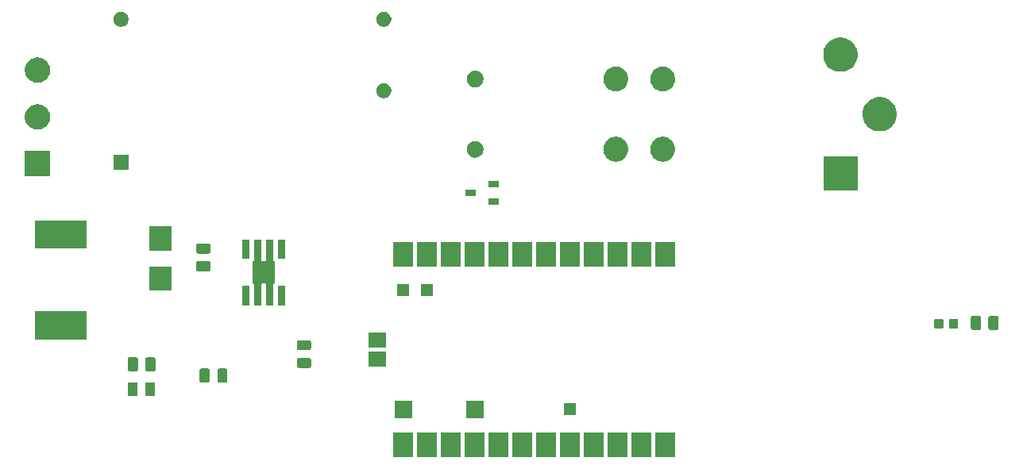
<source format=gbr>
G04 #@! TF.GenerationSoftware,KiCad,Pcbnew,(5.0.2)-1*
G04 #@! TF.CreationDate,2019-04-08T19:56:43-07:00*
G04 #@! TF.ProjectId,smartplug,736d6172-7470-46c7-9567-2e6b69636164,rev?*
G04 #@! TF.SameCoordinates,Original*
G04 #@! TF.FileFunction,Soldermask,Top*
G04 #@! TF.FilePolarity,Negative*
%FSLAX46Y46*%
G04 Gerber Fmt 4.6, Leading zero omitted, Abs format (unit mm)*
G04 Created by KiCad (PCBNEW (5.0.2)-1) date 4/8/2019 7:56:43 PM*
%MOMM*%
%LPD*%
G01*
G04 APERTURE LIST*
%ADD10C,0.100000*%
G04 APERTURE END LIST*
D10*
G36*
X196226863Y-131625805D02*
X194092863Y-131625805D01*
X194092863Y-128983805D01*
X196226863Y-128983805D01*
X196226863Y-131625805D01*
X196226863Y-131625805D01*
G37*
G36*
X216546863Y-131625805D02*
X214412863Y-131625805D01*
X214412863Y-128983805D01*
X216546863Y-128983805D01*
X216546863Y-131625805D01*
X216546863Y-131625805D01*
G37*
G36*
X191146863Y-131625805D02*
X189012863Y-131625805D01*
X189012863Y-128983805D01*
X191146863Y-128983805D01*
X191146863Y-131625805D01*
X191146863Y-131625805D01*
G37*
G36*
X193686863Y-131625805D02*
X191552863Y-131625805D01*
X191552863Y-128983805D01*
X193686863Y-128983805D01*
X193686863Y-131625805D01*
X193686863Y-131625805D01*
G37*
G36*
X198766863Y-131625805D02*
X196632863Y-131625805D01*
X196632863Y-128983805D01*
X198766863Y-128983805D01*
X198766863Y-131625805D01*
X198766863Y-131625805D01*
G37*
G36*
X201306863Y-131625805D02*
X199172863Y-131625805D01*
X199172863Y-128983805D01*
X201306863Y-128983805D01*
X201306863Y-131625805D01*
X201306863Y-131625805D01*
G37*
G36*
X203846863Y-131625805D02*
X201712863Y-131625805D01*
X201712863Y-128983805D01*
X203846863Y-128983805D01*
X203846863Y-131625805D01*
X203846863Y-131625805D01*
G37*
G36*
X206386863Y-131625805D02*
X204252863Y-131625805D01*
X204252863Y-128983805D01*
X206386863Y-128983805D01*
X206386863Y-131625805D01*
X206386863Y-131625805D01*
G37*
G36*
X208926863Y-131625805D02*
X206792863Y-131625805D01*
X206792863Y-128983805D01*
X208926863Y-128983805D01*
X208926863Y-131625805D01*
X208926863Y-131625805D01*
G37*
G36*
X211466863Y-131625805D02*
X209332863Y-131625805D01*
X209332863Y-128983805D01*
X211466863Y-128983805D01*
X211466863Y-131625805D01*
X211466863Y-131625805D01*
G37*
G36*
X214006863Y-131625805D02*
X211872863Y-131625805D01*
X211872863Y-128983805D01*
X214006863Y-128983805D01*
X214006863Y-131625805D01*
X214006863Y-131625805D01*
G37*
G36*
X219086863Y-131625805D02*
X216952863Y-131625805D01*
X216952863Y-128983805D01*
X219086863Y-128983805D01*
X219086863Y-131625805D01*
X219086863Y-131625805D01*
G37*
G36*
X198639863Y-127434805D02*
X196759863Y-127434805D01*
X196759863Y-125554805D01*
X198639863Y-125554805D01*
X198639863Y-127434805D01*
X198639863Y-127434805D01*
G37*
G36*
X191019863Y-127434805D02*
X189139863Y-127434805D01*
X189139863Y-125554805D01*
X191019863Y-125554805D01*
X191019863Y-127434805D01*
X191019863Y-127434805D01*
G37*
G36*
X208482363Y-127117305D02*
X207237363Y-127117305D01*
X207237363Y-125872305D01*
X208482363Y-125872305D01*
X208482363Y-127117305D01*
X208482363Y-127117305D01*
G37*
G36*
X163486710Y-123618503D02*
X163525381Y-123630234D01*
X163561023Y-123649286D01*
X163592261Y-123674921D01*
X163617896Y-123706159D01*
X163636948Y-123741801D01*
X163648679Y-123780472D01*
X163653244Y-123826826D01*
X163653244Y-124903050D01*
X163648679Y-124949404D01*
X163636948Y-124988075D01*
X163617896Y-125023717D01*
X163592261Y-125054955D01*
X163561023Y-125080590D01*
X163525381Y-125099642D01*
X163486710Y-125111373D01*
X163440356Y-125115938D01*
X162789132Y-125115938D01*
X162742778Y-125111373D01*
X162704107Y-125099642D01*
X162668465Y-125080590D01*
X162637227Y-125054955D01*
X162611592Y-125023717D01*
X162592540Y-124988075D01*
X162580809Y-124949404D01*
X162576244Y-124903050D01*
X162576244Y-123826826D01*
X162580809Y-123780472D01*
X162592540Y-123741801D01*
X162611592Y-123706159D01*
X162637227Y-123674921D01*
X162668465Y-123649286D01*
X162704107Y-123630234D01*
X162742778Y-123618503D01*
X162789132Y-123613938D01*
X163440356Y-123613938D01*
X163486710Y-123618503D01*
X163486710Y-123618503D01*
G37*
G36*
X161611710Y-123618503D02*
X161650381Y-123630234D01*
X161686023Y-123649286D01*
X161717261Y-123674921D01*
X161742896Y-123706159D01*
X161761948Y-123741801D01*
X161773679Y-123780472D01*
X161778244Y-123826826D01*
X161778244Y-124903050D01*
X161773679Y-124949404D01*
X161761948Y-124988075D01*
X161742896Y-125023717D01*
X161717261Y-125054955D01*
X161686023Y-125080590D01*
X161650381Y-125099642D01*
X161611710Y-125111373D01*
X161565356Y-125115938D01*
X160914132Y-125115938D01*
X160867778Y-125111373D01*
X160829107Y-125099642D01*
X160793465Y-125080590D01*
X160762227Y-125054955D01*
X160736592Y-125023717D01*
X160717540Y-124988075D01*
X160705809Y-124949404D01*
X160701244Y-124903050D01*
X160701244Y-123826826D01*
X160705809Y-123780472D01*
X160717540Y-123741801D01*
X160736592Y-123706159D01*
X160762227Y-123674921D01*
X160793465Y-123649286D01*
X160829107Y-123630234D01*
X160867778Y-123618503D01*
X160914132Y-123613938D01*
X161565356Y-123613938D01*
X161611710Y-123618503D01*
X161611710Y-123618503D01*
G37*
G36*
X171171966Y-122153565D02*
X171210637Y-122165296D01*
X171246279Y-122184348D01*
X171277517Y-122209983D01*
X171303152Y-122241221D01*
X171322204Y-122276863D01*
X171333935Y-122315534D01*
X171338500Y-122361888D01*
X171338500Y-123438112D01*
X171333935Y-123484466D01*
X171322204Y-123523137D01*
X171303152Y-123558779D01*
X171277517Y-123590017D01*
X171246279Y-123615652D01*
X171210637Y-123634704D01*
X171171966Y-123646435D01*
X171125612Y-123651000D01*
X170474388Y-123651000D01*
X170428034Y-123646435D01*
X170389363Y-123634704D01*
X170353721Y-123615652D01*
X170322483Y-123590017D01*
X170296848Y-123558779D01*
X170277796Y-123523137D01*
X170266065Y-123484466D01*
X170261500Y-123438112D01*
X170261500Y-122361888D01*
X170266065Y-122315534D01*
X170277796Y-122276863D01*
X170296848Y-122241221D01*
X170322483Y-122209983D01*
X170353721Y-122184348D01*
X170389363Y-122165296D01*
X170428034Y-122153565D01*
X170474388Y-122149000D01*
X171125612Y-122149000D01*
X171171966Y-122153565D01*
X171171966Y-122153565D01*
G37*
G36*
X169296966Y-122153565D02*
X169335637Y-122165296D01*
X169371279Y-122184348D01*
X169402517Y-122209983D01*
X169428152Y-122241221D01*
X169447204Y-122276863D01*
X169458935Y-122315534D01*
X169463500Y-122361888D01*
X169463500Y-123438112D01*
X169458935Y-123484466D01*
X169447204Y-123523137D01*
X169428152Y-123558779D01*
X169402517Y-123590017D01*
X169371279Y-123615652D01*
X169335637Y-123634704D01*
X169296966Y-123646435D01*
X169250612Y-123651000D01*
X168599388Y-123651000D01*
X168553034Y-123646435D01*
X168514363Y-123634704D01*
X168478721Y-123615652D01*
X168447483Y-123590017D01*
X168421848Y-123558779D01*
X168402796Y-123523137D01*
X168391065Y-123484466D01*
X168386500Y-123438112D01*
X168386500Y-122361888D01*
X168391065Y-122315534D01*
X168402796Y-122276863D01*
X168421848Y-122241221D01*
X168447483Y-122209983D01*
X168478721Y-122184348D01*
X168514363Y-122165296D01*
X168553034Y-122153565D01*
X168599388Y-122149000D01*
X169250612Y-122149000D01*
X169296966Y-122153565D01*
X169296966Y-122153565D01*
G37*
G36*
X161634466Y-120953565D02*
X161673137Y-120965296D01*
X161708779Y-120984348D01*
X161740017Y-121009983D01*
X161765652Y-121041221D01*
X161784704Y-121076863D01*
X161796435Y-121115534D01*
X161801000Y-121161888D01*
X161801000Y-122238112D01*
X161796435Y-122284466D01*
X161784704Y-122323137D01*
X161765652Y-122358779D01*
X161740017Y-122390017D01*
X161708779Y-122415652D01*
X161673137Y-122434704D01*
X161634466Y-122446435D01*
X161588112Y-122451000D01*
X160936888Y-122451000D01*
X160890534Y-122446435D01*
X160851863Y-122434704D01*
X160816221Y-122415652D01*
X160784983Y-122390017D01*
X160759348Y-122358779D01*
X160740296Y-122323137D01*
X160728565Y-122284466D01*
X160724000Y-122238112D01*
X160724000Y-121161888D01*
X160728565Y-121115534D01*
X160740296Y-121076863D01*
X160759348Y-121041221D01*
X160784983Y-121009983D01*
X160816221Y-120984348D01*
X160851863Y-120965296D01*
X160890534Y-120953565D01*
X160936888Y-120949000D01*
X161588112Y-120949000D01*
X161634466Y-120953565D01*
X161634466Y-120953565D01*
G37*
G36*
X163509466Y-120953565D02*
X163548137Y-120965296D01*
X163583779Y-120984348D01*
X163615017Y-121009983D01*
X163640652Y-121041221D01*
X163659704Y-121076863D01*
X163671435Y-121115534D01*
X163676000Y-121161888D01*
X163676000Y-122238112D01*
X163671435Y-122284466D01*
X163659704Y-122323137D01*
X163640652Y-122358779D01*
X163615017Y-122390017D01*
X163583779Y-122415652D01*
X163548137Y-122434704D01*
X163509466Y-122446435D01*
X163463112Y-122451000D01*
X162811888Y-122451000D01*
X162765534Y-122446435D01*
X162726863Y-122434704D01*
X162691221Y-122415652D01*
X162659983Y-122390017D01*
X162634348Y-122358779D01*
X162615296Y-122323137D01*
X162603565Y-122284466D01*
X162599000Y-122238112D01*
X162599000Y-121161888D01*
X162603565Y-121115534D01*
X162615296Y-121076863D01*
X162634348Y-121041221D01*
X162659983Y-121009983D01*
X162691221Y-120984348D01*
X162726863Y-120965296D01*
X162765534Y-120953565D01*
X162811888Y-120949000D01*
X163463112Y-120949000D01*
X163509466Y-120953565D01*
X163509466Y-120953565D01*
G37*
G36*
X180084466Y-121003565D02*
X180123137Y-121015296D01*
X180158779Y-121034348D01*
X180190017Y-121059983D01*
X180215652Y-121091221D01*
X180234704Y-121126863D01*
X180246435Y-121165534D01*
X180251000Y-121211888D01*
X180251000Y-121863112D01*
X180246435Y-121909466D01*
X180234704Y-121948137D01*
X180215652Y-121983779D01*
X180190017Y-122015017D01*
X180158779Y-122040652D01*
X180123137Y-122059704D01*
X180084466Y-122071435D01*
X180038112Y-122076000D01*
X178961888Y-122076000D01*
X178915534Y-122071435D01*
X178876863Y-122059704D01*
X178841221Y-122040652D01*
X178809983Y-122015017D01*
X178784348Y-121983779D01*
X178765296Y-121948137D01*
X178753565Y-121909466D01*
X178749000Y-121863112D01*
X178749000Y-121211888D01*
X178753565Y-121165534D01*
X178765296Y-121126863D01*
X178784348Y-121091221D01*
X178809983Y-121059983D01*
X178841221Y-121034348D01*
X178876863Y-121015296D01*
X178915534Y-121003565D01*
X178961888Y-120999000D01*
X180038112Y-120999000D01*
X180084466Y-121003565D01*
X180084466Y-121003565D01*
G37*
G36*
X188225863Y-121973805D02*
X186345863Y-121973805D01*
X186345863Y-120347805D01*
X188225863Y-120347805D01*
X188225863Y-121973805D01*
X188225863Y-121973805D01*
G37*
G36*
X180084466Y-119128565D02*
X180123137Y-119140296D01*
X180158779Y-119159348D01*
X180190017Y-119184983D01*
X180215652Y-119216221D01*
X180234704Y-119251863D01*
X180246435Y-119290534D01*
X180251000Y-119336888D01*
X180251000Y-119988112D01*
X180246435Y-120034466D01*
X180234704Y-120073137D01*
X180215652Y-120108779D01*
X180190017Y-120140017D01*
X180158779Y-120165652D01*
X180123137Y-120184704D01*
X180084466Y-120196435D01*
X180038112Y-120201000D01*
X178961888Y-120201000D01*
X178915534Y-120196435D01*
X178876863Y-120184704D01*
X178841221Y-120165652D01*
X178809983Y-120140017D01*
X178784348Y-120108779D01*
X178765296Y-120073137D01*
X178753565Y-120034466D01*
X178749000Y-119988112D01*
X178749000Y-119336888D01*
X178753565Y-119290534D01*
X178765296Y-119251863D01*
X178784348Y-119216221D01*
X178809983Y-119184983D01*
X178841221Y-119159348D01*
X178876863Y-119140296D01*
X178915534Y-119128565D01*
X178961888Y-119124000D01*
X180038112Y-119124000D01*
X180084466Y-119128565D01*
X180084466Y-119128565D01*
G37*
G36*
X188225863Y-119941805D02*
X186345863Y-119941805D01*
X186345863Y-118315805D01*
X188225863Y-118315805D01*
X188225863Y-119941805D01*
X188225863Y-119941805D01*
G37*
G36*
X156356100Y-119050200D02*
X150843900Y-119050200D01*
X150843900Y-116052600D01*
X156356100Y-116052600D01*
X156356100Y-119050200D01*
X156356100Y-119050200D01*
G37*
G36*
X251501590Y-116523516D02*
X251540261Y-116535247D01*
X251575903Y-116554299D01*
X251607141Y-116579934D01*
X251632776Y-116611172D01*
X251651828Y-116646814D01*
X251663559Y-116685485D01*
X251668124Y-116731839D01*
X251668124Y-117808063D01*
X251663559Y-117854417D01*
X251651828Y-117893088D01*
X251632776Y-117928730D01*
X251607141Y-117959968D01*
X251575903Y-117985603D01*
X251540261Y-118004655D01*
X251501590Y-118016386D01*
X251455236Y-118020951D01*
X250804012Y-118020951D01*
X250757658Y-118016386D01*
X250718987Y-118004655D01*
X250683345Y-117985603D01*
X250652107Y-117959968D01*
X250626472Y-117928730D01*
X250607420Y-117893088D01*
X250595689Y-117854417D01*
X250591124Y-117808063D01*
X250591124Y-116731839D01*
X250595689Y-116685485D01*
X250607420Y-116646814D01*
X250626472Y-116611172D01*
X250652107Y-116579934D01*
X250683345Y-116554299D01*
X250718987Y-116535247D01*
X250757658Y-116523516D01*
X250804012Y-116518951D01*
X251455236Y-116518951D01*
X251501590Y-116523516D01*
X251501590Y-116523516D01*
G37*
G36*
X253376590Y-116523516D02*
X253415261Y-116535247D01*
X253450903Y-116554299D01*
X253482141Y-116579934D01*
X253507776Y-116611172D01*
X253526828Y-116646814D01*
X253538559Y-116685485D01*
X253543124Y-116731839D01*
X253543124Y-117808063D01*
X253538559Y-117854417D01*
X253526828Y-117893088D01*
X253507776Y-117928730D01*
X253482141Y-117959968D01*
X253450903Y-117985603D01*
X253415261Y-118004655D01*
X253376590Y-118016386D01*
X253330236Y-118020951D01*
X252679012Y-118020951D01*
X252632658Y-118016386D01*
X252593987Y-118004655D01*
X252558345Y-117985603D01*
X252527107Y-117959968D01*
X252501472Y-117928730D01*
X252482420Y-117893088D01*
X252470689Y-117854417D01*
X252466124Y-117808063D01*
X252466124Y-116731839D01*
X252470689Y-116685485D01*
X252482420Y-116646814D01*
X252501472Y-116611172D01*
X252527107Y-116579934D01*
X252558345Y-116554299D01*
X252593987Y-116535247D01*
X252632658Y-116523516D01*
X252679012Y-116518951D01*
X253330236Y-116518951D01*
X253376590Y-116523516D01*
X253376590Y-116523516D01*
G37*
G36*
X249096715Y-116848036D02*
X249130693Y-116858344D01*
X249162011Y-116875084D01*
X249189463Y-116897612D01*
X249211991Y-116925064D01*
X249228731Y-116956382D01*
X249239039Y-116990360D01*
X249243124Y-117031841D01*
X249243124Y-117708061D01*
X249239039Y-117749542D01*
X249228731Y-117783520D01*
X249211991Y-117814838D01*
X249189463Y-117842290D01*
X249162011Y-117864818D01*
X249130693Y-117881558D01*
X249096715Y-117891866D01*
X249055234Y-117895951D01*
X248454014Y-117895951D01*
X248412533Y-117891866D01*
X248378555Y-117881558D01*
X248347237Y-117864818D01*
X248319785Y-117842290D01*
X248297257Y-117814838D01*
X248280517Y-117783520D01*
X248270209Y-117749542D01*
X248266124Y-117708061D01*
X248266124Y-117031841D01*
X248270209Y-116990360D01*
X248280517Y-116956382D01*
X248297257Y-116925064D01*
X248319785Y-116897612D01*
X248347237Y-116875084D01*
X248378555Y-116858344D01*
X248412533Y-116848036D01*
X248454014Y-116843951D01*
X249055234Y-116843951D01*
X249096715Y-116848036D01*
X249096715Y-116848036D01*
G37*
G36*
X247521715Y-116848036D02*
X247555693Y-116858344D01*
X247587011Y-116875084D01*
X247614463Y-116897612D01*
X247636991Y-116925064D01*
X247653731Y-116956382D01*
X247664039Y-116990360D01*
X247668124Y-117031841D01*
X247668124Y-117708061D01*
X247664039Y-117749542D01*
X247653731Y-117783520D01*
X247636991Y-117814838D01*
X247614463Y-117842290D01*
X247587011Y-117864818D01*
X247555693Y-117881558D01*
X247521715Y-117891866D01*
X247480234Y-117895951D01*
X246879014Y-117895951D01*
X246837533Y-117891866D01*
X246803555Y-117881558D01*
X246772237Y-117864818D01*
X246744785Y-117842290D01*
X246722257Y-117814838D01*
X246705517Y-117783520D01*
X246695209Y-117749542D01*
X246691124Y-117708061D01*
X246691124Y-117031841D01*
X246695209Y-116990360D01*
X246705517Y-116956382D01*
X246722257Y-116925064D01*
X246744785Y-116897612D01*
X246772237Y-116875084D01*
X246803555Y-116858344D01*
X246837533Y-116848036D01*
X246879014Y-116843951D01*
X247480234Y-116843951D01*
X247521715Y-116848036D01*
X247521715Y-116848036D01*
G37*
G36*
X174916000Y-110579000D02*
X174918402Y-110603386D01*
X174925515Y-110626835D01*
X174937066Y-110648446D01*
X174952612Y-110667388D01*
X174971554Y-110682934D01*
X174993165Y-110694485D01*
X175016614Y-110701598D01*
X175041000Y-110704000D01*
X175359000Y-110704000D01*
X175383386Y-110701598D01*
X175406835Y-110694485D01*
X175428446Y-110682934D01*
X175447388Y-110667388D01*
X175462934Y-110648446D01*
X175474485Y-110626835D01*
X175481598Y-110603386D01*
X175484000Y-110579000D01*
X175484000Y-108389000D01*
X176186000Y-108389000D01*
X176186000Y-110579000D01*
X176188402Y-110603386D01*
X176195515Y-110626835D01*
X176207066Y-110648446D01*
X176222612Y-110667388D01*
X176241554Y-110682934D01*
X176263165Y-110694485D01*
X176286614Y-110701598D01*
X176311000Y-110704000D01*
X176396000Y-110704000D01*
X176396000Y-113096000D01*
X176311000Y-113096000D01*
X176286614Y-113098402D01*
X176263165Y-113105515D01*
X176241554Y-113117066D01*
X176222612Y-113132612D01*
X176207066Y-113151554D01*
X176195515Y-113173165D01*
X176188402Y-113196614D01*
X176186000Y-113221000D01*
X176186000Y-115411000D01*
X175484000Y-115411000D01*
X175484000Y-113221000D01*
X175481598Y-113196614D01*
X175474485Y-113173165D01*
X175462934Y-113151554D01*
X175447388Y-113132612D01*
X175428446Y-113117066D01*
X175406835Y-113105515D01*
X175383386Y-113098402D01*
X175359000Y-113096000D01*
X175041000Y-113096000D01*
X175016614Y-113098402D01*
X174993165Y-113105515D01*
X174971554Y-113117066D01*
X174952612Y-113132612D01*
X174937066Y-113151554D01*
X174925515Y-113173165D01*
X174918402Y-113196614D01*
X174916000Y-113221000D01*
X174916000Y-115411000D01*
X174214000Y-115411000D01*
X174214000Y-113221000D01*
X174211598Y-113196614D01*
X174204485Y-113173165D01*
X174192934Y-113151554D01*
X174177388Y-113132612D01*
X174158446Y-113117066D01*
X174136835Y-113105515D01*
X174113386Y-113098402D01*
X174089000Y-113096000D01*
X174004000Y-113096000D01*
X174004000Y-110704000D01*
X174089000Y-110704000D01*
X174113386Y-110701598D01*
X174136835Y-110694485D01*
X174158446Y-110682934D01*
X174177388Y-110667388D01*
X174192934Y-110648446D01*
X174204485Y-110626835D01*
X174211598Y-110603386D01*
X174214000Y-110579000D01*
X174214000Y-108389000D01*
X174916000Y-108389000D01*
X174916000Y-110579000D01*
X174916000Y-110579000D01*
G37*
G36*
X173646000Y-115411000D02*
X172944000Y-115411000D01*
X172944000Y-113339000D01*
X173646000Y-113339000D01*
X173646000Y-115411000D01*
X173646000Y-115411000D01*
G37*
G36*
X177456000Y-115411000D02*
X176754000Y-115411000D01*
X176754000Y-113339000D01*
X177456000Y-113339000D01*
X177456000Y-115411000D01*
X177456000Y-115411000D01*
G37*
G36*
X190702363Y-114417305D02*
X189457363Y-114417305D01*
X189457363Y-113172305D01*
X190702363Y-113172305D01*
X190702363Y-114417305D01*
X190702363Y-114417305D01*
G37*
G36*
X193242363Y-114417305D02*
X191997363Y-114417305D01*
X191997363Y-113172305D01*
X193242363Y-113172305D01*
X193242363Y-114417305D01*
X193242363Y-114417305D01*
G37*
G36*
X165401000Y-113851000D02*
X162999000Y-113851000D01*
X162999000Y-111249000D01*
X165401000Y-111249000D01*
X165401000Y-113851000D01*
X165401000Y-113851000D01*
G37*
G36*
X169367466Y-110688065D02*
X169406137Y-110699796D01*
X169441779Y-110718848D01*
X169473017Y-110744483D01*
X169498652Y-110775721D01*
X169517704Y-110811363D01*
X169529435Y-110850034D01*
X169534000Y-110896388D01*
X169534000Y-111547612D01*
X169529435Y-111593966D01*
X169517704Y-111632637D01*
X169498652Y-111668279D01*
X169473017Y-111699517D01*
X169441779Y-111725152D01*
X169406137Y-111744204D01*
X169367466Y-111755935D01*
X169321112Y-111760500D01*
X168244888Y-111760500D01*
X168198534Y-111755935D01*
X168159863Y-111744204D01*
X168124221Y-111725152D01*
X168092983Y-111699517D01*
X168067348Y-111668279D01*
X168048296Y-111632637D01*
X168036565Y-111593966D01*
X168032000Y-111547612D01*
X168032000Y-110896388D01*
X168036565Y-110850034D01*
X168048296Y-110811363D01*
X168067348Y-110775721D01*
X168092983Y-110744483D01*
X168124221Y-110718848D01*
X168159863Y-110699796D01*
X168198534Y-110688065D01*
X168244888Y-110683500D01*
X169321112Y-110683500D01*
X169367466Y-110688065D01*
X169367466Y-110688065D01*
G37*
G36*
X193686863Y-111305805D02*
X191552863Y-111305805D01*
X191552863Y-108663805D01*
X193686863Y-108663805D01*
X193686863Y-111305805D01*
X193686863Y-111305805D01*
G37*
G36*
X201306863Y-111305805D02*
X199172863Y-111305805D01*
X199172863Y-108663805D01*
X201306863Y-108663805D01*
X201306863Y-111305805D01*
X201306863Y-111305805D01*
G37*
G36*
X198766863Y-111305805D02*
X196632863Y-111305805D01*
X196632863Y-108663805D01*
X198766863Y-108663805D01*
X198766863Y-111305805D01*
X198766863Y-111305805D01*
G37*
G36*
X196226863Y-111305805D02*
X194092863Y-111305805D01*
X194092863Y-108663805D01*
X196226863Y-108663805D01*
X196226863Y-111305805D01*
X196226863Y-111305805D01*
G37*
G36*
X191146863Y-111305805D02*
X189012863Y-111305805D01*
X189012863Y-108663805D01*
X191146863Y-108663805D01*
X191146863Y-111305805D01*
X191146863Y-111305805D01*
G37*
G36*
X211466863Y-111305805D02*
X209332863Y-111305805D01*
X209332863Y-108663805D01*
X211466863Y-108663805D01*
X211466863Y-111305805D01*
X211466863Y-111305805D01*
G37*
G36*
X203846863Y-111305805D02*
X201712863Y-111305805D01*
X201712863Y-108663805D01*
X203846863Y-108663805D01*
X203846863Y-111305805D01*
X203846863Y-111305805D01*
G37*
G36*
X206386863Y-111305805D02*
X204252863Y-111305805D01*
X204252863Y-108663805D01*
X206386863Y-108663805D01*
X206386863Y-111305805D01*
X206386863Y-111305805D01*
G37*
G36*
X208926863Y-111305805D02*
X206792863Y-111305805D01*
X206792863Y-108663805D01*
X208926863Y-108663805D01*
X208926863Y-111305805D01*
X208926863Y-111305805D01*
G37*
G36*
X219086863Y-111305805D02*
X216952863Y-111305805D01*
X216952863Y-108663805D01*
X219086863Y-108663805D01*
X219086863Y-111305805D01*
X219086863Y-111305805D01*
G37*
G36*
X216546863Y-111305805D02*
X214412863Y-111305805D01*
X214412863Y-108663805D01*
X216546863Y-108663805D01*
X216546863Y-111305805D01*
X216546863Y-111305805D01*
G37*
G36*
X214006863Y-111305805D02*
X211872863Y-111305805D01*
X211872863Y-108663805D01*
X214006863Y-108663805D01*
X214006863Y-111305805D01*
X214006863Y-111305805D01*
G37*
G36*
X173646000Y-110461000D02*
X172944000Y-110461000D01*
X172944000Y-108389000D01*
X173646000Y-108389000D01*
X173646000Y-110461000D01*
X173646000Y-110461000D01*
G37*
G36*
X177456000Y-110461000D02*
X176754000Y-110461000D01*
X176754000Y-108389000D01*
X177456000Y-108389000D01*
X177456000Y-110461000D01*
X177456000Y-110461000D01*
G37*
G36*
X169367466Y-108813065D02*
X169406137Y-108824796D01*
X169441779Y-108843848D01*
X169473017Y-108869483D01*
X169498652Y-108900721D01*
X169517704Y-108936363D01*
X169529435Y-108975034D01*
X169534000Y-109021388D01*
X169534000Y-109672612D01*
X169529435Y-109718966D01*
X169517704Y-109757637D01*
X169498652Y-109793279D01*
X169473017Y-109824517D01*
X169441779Y-109850152D01*
X169406137Y-109869204D01*
X169367466Y-109880935D01*
X169321112Y-109885500D01*
X168244888Y-109885500D01*
X168198534Y-109880935D01*
X168159863Y-109869204D01*
X168124221Y-109850152D01*
X168092983Y-109824517D01*
X168067348Y-109793279D01*
X168048296Y-109757637D01*
X168036565Y-109718966D01*
X168032000Y-109672612D01*
X168032000Y-109021388D01*
X168036565Y-108975034D01*
X168048296Y-108936363D01*
X168067348Y-108900721D01*
X168092983Y-108869483D01*
X168124221Y-108843848D01*
X168159863Y-108824796D01*
X168198534Y-108813065D01*
X168244888Y-108808500D01*
X169321112Y-108808500D01*
X169367466Y-108813065D01*
X169367466Y-108813065D01*
G37*
G36*
X165401000Y-109551000D02*
X162999000Y-109551000D01*
X162999000Y-106949000D01*
X165401000Y-106949000D01*
X165401000Y-109551000D01*
X165401000Y-109551000D01*
G37*
G36*
X156356100Y-109347400D02*
X150843900Y-109347400D01*
X150843900Y-106349800D01*
X156356100Y-106349800D01*
X156356100Y-109347400D01*
X156356100Y-109347400D01*
G37*
G36*
X200303600Y-104670200D02*
X199185600Y-104670200D01*
X199185600Y-104009400D01*
X200303600Y-104009400D01*
X200303600Y-104670200D01*
X200303600Y-104670200D01*
G37*
G36*
X197814400Y-103730400D02*
X196696400Y-103730400D01*
X196696400Y-103069600D01*
X197814400Y-103069600D01*
X197814400Y-103730400D01*
X197814400Y-103730400D01*
G37*
G36*
X238519000Y-103179000D02*
X234861000Y-103179000D01*
X234861000Y-99521000D01*
X238519000Y-99521000D01*
X238519000Y-103179000D01*
X238519000Y-103179000D01*
G37*
G36*
X200303600Y-102790600D02*
X199185600Y-102790600D01*
X199185600Y-102129800D01*
X200303600Y-102129800D01*
X200303600Y-102790600D01*
X200303600Y-102790600D01*
G37*
G36*
X152451000Y-101651000D02*
X149749000Y-101651000D01*
X149749000Y-98949000D01*
X152451000Y-98949000D01*
X152451000Y-101651000D01*
X152451000Y-101651000D01*
G37*
G36*
X160805000Y-100925000D02*
X159195000Y-100925000D01*
X159195000Y-99315000D01*
X160805000Y-99315000D01*
X160805000Y-100925000D01*
X160805000Y-100925000D01*
G37*
G36*
X213050250Y-97462843D02*
X213135322Y-97479765D01*
X213205735Y-97508931D01*
X213375728Y-97579344D01*
X213592092Y-97723914D01*
X213776086Y-97907908D01*
X213920656Y-98124272D01*
X214020235Y-98364679D01*
X214071000Y-98619891D01*
X214071000Y-98880109D01*
X214020235Y-99135321D01*
X213920656Y-99375728D01*
X213776086Y-99592092D01*
X213592092Y-99776086D01*
X213375728Y-99920656D01*
X213205735Y-99991069D01*
X213135322Y-100020235D01*
X213050250Y-100037157D01*
X212880109Y-100071000D01*
X212619891Y-100071000D01*
X212449750Y-100037157D01*
X212364678Y-100020235D01*
X212294265Y-99991069D01*
X212124272Y-99920656D01*
X211907908Y-99776086D01*
X211723914Y-99592092D01*
X211579344Y-99375728D01*
X211479765Y-99135321D01*
X211429000Y-98880109D01*
X211429000Y-98619891D01*
X211479765Y-98364679D01*
X211579344Y-98124272D01*
X211723914Y-97907908D01*
X211907908Y-97723914D01*
X212124272Y-97579344D01*
X212294265Y-97508931D01*
X212364678Y-97479765D01*
X212449750Y-97462843D01*
X212619891Y-97429000D01*
X212880109Y-97429000D01*
X213050250Y-97462843D01*
X213050250Y-97462843D01*
G37*
G36*
X218050250Y-97462843D02*
X218135322Y-97479765D01*
X218205735Y-97508931D01*
X218375728Y-97579344D01*
X218592092Y-97723914D01*
X218776086Y-97907908D01*
X218920656Y-98124272D01*
X219020235Y-98364679D01*
X219071000Y-98619891D01*
X219071000Y-98880109D01*
X219020235Y-99135321D01*
X218920656Y-99375728D01*
X218776086Y-99592092D01*
X218592092Y-99776086D01*
X218375728Y-99920656D01*
X218205735Y-99991069D01*
X218135322Y-100020235D01*
X218050250Y-100037157D01*
X217880109Y-100071000D01*
X217619891Y-100071000D01*
X217449750Y-100037157D01*
X217364678Y-100020235D01*
X217294265Y-99991069D01*
X217124272Y-99920656D01*
X216907908Y-99776086D01*
X216723914Y-99592092D01*
X216579344Y-99375728D01*
X216479765Y-99135321D01*
X216429000Y-98880109D01*
X216429000Y-98619891D01*
X216479765Y-98364679D01*
X216579344Y-98124272D01*
X216723914Y-97907908D01*
X216907908Y-97723914D01*
X217124272Y-97579344D01*
X217294265Y-97508931D01*
X217364678Y-97479765D01*
X217449750Y-97462843D01*
X217619891Y-97429000D01*
X217880109Y-97429000D01*
X218050250Y-97462843D01*
X218050250Y-97462843D01*
G37*
G36*
X198009367Y-97894971D02*
X198009369Y-97894972D01*
X198009370Y-97894972D01*
X198040600Y-97907908D01*
X198171195Y-97962002D01*
X198316835Y-98059316D01*
X198440684Y-98183165D01*
X198537998Y-98328805D01*
X198605029Y-98490633D01*
X198639200Y-98662420D01*
X198639200Y-98837580D01*
X198605029Y-99009367D01*
X198537998Y-99171195D01*
X198440684Y-99316835D01*
X198316835Y-99440684D01*
X198171195Y-99537998D01*
X198069147Y-99580268D01*
X198009370Y-99605028D01*
X198009369Y-99605028D01*
X198009367Y-99605029D01*
X197837580Y-99639200D01*
X197662420Y-99639200D01*
X197490633Y-99605029D01*
X197490631Y-99605028D01*
X197490630Y-99605028D01*
X197430853Y-99580268D01*
X197328805Y-99537998D01*
X197183165Y-99440684D01*
X197059316Y-99316835D01*
X196962002Y-99171195D01*
X196894971Y-99009367D01*
X196860800Y-98837580D01*
X196860800Y-98662420D01*
X196894971Y-98490633D01*
X196962002Y-98328805D01*
X197059316Y-98183165D01*
X197183165Y-98059316D01*
X197328805Y-97962002D01*
X197459400Y-97907908D01*
X197490630Y-97894972D01*
X197490631Y-97894972D01*
X197490633Y-97894971D01*
X197662420Y-97860800D01*
X197837580Y-97860800D01*
X198009367Y-97894971D01*
X198009367Y-97894971D01*
G37*
G36*
X241236820Y-93206143D02*
X241413500Y-93241287D01*
X241551373Y-93298396D01*
X241746355Y-93379160D01*
X242045923Y-93579325D01*
X242300675Y-93834077D01*
X242500840Y-94133645D01*
X242638713Y-94466501D01*
X242709000Y-94819858D01*
X242709000Y-95180142D01*
X242638713Y-95533499D01*
X242500840Y-95866355D01*
X242300675Y-96165923D01*
X242045923Y-96420675D01*
X241746355Y-96620840D01*
X241551373Y-96701604D01*
X241413500Y-96758713D01*
X241236821Y-96793856D01*
X241060142Y-96829000D01*
X240699858Y-96829000D01*
X240523179Y-96793856D01*
X240346500Y-96758713D01*
X240208627Y-96701604D01*
X240013645Y-96620840D01*
X239714077Y-96420675D01*
X239459325Y-96165923D01*
X239259160Y-95866355D01*
X239121287Y-95533499D01*
X239051000Y-95180142D01*
X239051000Y-94819858D01*
X239121287Y-94466501D01*
X239259160Y-94133645D01*
X239459325Y-93834077D01*
X239714077Y-93579325D01*
X240013645Y-93379160D01*
X240208627Y-93298396D01*
X240346500Y-93241287D01*
X240523179Y-93206144D01*
X240699858Y-93171000D01*
X241060142Y-93171000D01*
X241236820Y-93206143D01*
X241236820Y-93206143D01*
G37*
G36*
X151363567Y-93974959D02*
X151494072Y-94000918D01*
X151739939Y-94102759D01*
X151960464Y-94250110D01*
X151961215Y-94250612D01*
X152149388Y-94438785D01*
X152149390Y-94438788D01*
X152297241Y-94660061D01*
X152399082Y-94905928D01*
X152451000Y-95166938D01*
X152451000Y-95433062D01*
X152399082Y-95694072D01*
X152297241Y-95939939D01*
X152149890Y-96160464D01*
X152149388Y-96161215D01*
X151961215Y-96349388D01*
X151961212Y-96349390D01*
X151739939Y-96497241D01*
X151494072Y-96599082D01*
X151384692Y-96620839D01*
X151233063Y-96651000D01*
X150966937Y-96651000D01*
X150815308Y-96620839D01*
X150705928Y-96599082D01*
X150460061Y-96497241D01*
X150238788Y-96349390D01*
X150238785Y-96349388D01*
X150050612Y-96161215D01*
X150050110Y-96160464D01*
X149902759Y-95939939D01*
X149800918Y-95694072D01*
X149749000Y-95433062D01*
X149749000Y-95166938D01*
X149800918Y-94905928D01*
X149902759Y-94660061D01*
X150050610Y-94438788D01*
X150050612Y-94438785D01*
X150238785Y-94250612D01*
X150239536Y-94250110D01*
X150460061Y-94102759D01*
X150705928Y-94000918D01*
X150836433Y-93974959D01*
X150966937Y-93949000D01*
X151233063Y-93949000D01*
X151363567Y-93974959D01*
X151363567Y-93974959D01*
G37*
G36*
X188234807Y-91725935D02*
X188234809Y-91725936D01*
X188234810Y-91725936D01*
X188381310Y-91786618D01*
X188381311Y-91786619D01*
X188513161Y-91874718D01*
X188625282Y-91986839D01*
X188625284Y-91986842D01*
X188713382Y-92118690D01*
X188721877Y-92139200D01*
X188774065Y-92265193D01*
X188805000Y-92420713D01*
X188805000Y-92579286D01*
X188774064Y-92734810D01*
X188713382Y-92881310D01*
X188713381Y-92881311D01*
X188625282Y-93013161D01*
X188513161Y-93125282D01*
X188513158Y-93125284D01*
X188381310Y-93213382D01*
X188234810Y-93274064D01*
X188234809Y-93274064D01*
X188234807Y-93274065D01*
X188079287Y-93305000D01*
X187920713Y-93305000D01*
X187765193Y-93274065D01*
X187765191Y-93274064D01*
X187765190Y-93274064D01*
X187618690Y-93213382D01*
X187486842Y-93125284D01*
X187486839Y-93125282D01*
X187374718Y-93013161D01*
X187286619Y-92881311D01*
X187286618Y-92881310D01*
X187225936Y-92734810D01*
X187195000Y-92579286D01*
X187195000Y-92420713D01*
X187225935Y-92265193D01*
X187278123Y-92139200D01*
X187286618Y-92118690D01*
X187374716Y-91986842D01*
X187374718Y-91986839D01*
X187486839Y-91874718D01*
X187618689Y-91786619D01*
X187618690Y-91786618D01*
X187765190Y-91725936D01*
X187765191Y-91725936D01*
X187765193Y-91725935D01*
X187920713Y-91695000D01*
X188079287Y-91695000D01*
X188234807Y-91725935D01*
X188234807Y-91725935D01*
G37*
G36*
X218050250Y-89962843D02*
X218135322Y-89979765D01*
X218205735Y-90008931D01*
X218375728Y-90079344D01*
X218592092Y-90223914D01*
X218776086Y-90407908D01*
X218920656Y-90624272D01*
X218991069Y-90794265D01*
X219020235Y-90864678D01*
X219071000Y-91119893D01*
X219071000Y-91380107D01*
X219027444Y-91599082D01*
X219020235Y-91635321D01*
X218920656Y-91875728D01*
X218776086Y-92092092D01*
X218592092Y-92276086D01*
X218375728Y-92420656D01*
X218205735Y-92491069D01*
X218135322Y-92520235D01*
X218050250Y-92537157D01*
X217880109Y-92571000D01*
X217619891Y-92571000D01*
X217449750Y-92537157D01*
X217364678Y-92520235D01*
X217294265Y-92491069D01*
X217124272Y-92420656D01*
X216907908Y-92276086D01*
X216723914Y-92092092D01*
X216579344Y-91875728D01*
X216479765Y-91635321D01*
X216472557Y-91599082D01*
X216429000Y-91380107D01*
X216429000Y-91119893D01*
X216479765Y-90864678D01*
X216508931Y-90794265D01*
X216579344Y-90624272D01*
X216723914Y-90407908D01*
X216907908Y-90223914D01*
X217124272Y-90079344D01*
X217294265Y-90008931D01*
X217364678Y-89979765D01*
X217449750Y-89962843D01*
X217619891Y-89929000D01*
X217880109Y-89929000D01*
X218050250Y-89962843D01*
X218050250Y-89962843D01*
G37*
G36*
X213050250Y-89962843D02*
X213135322Y-89979765D01*
X213205735Y-90008931D01*
X213375728Y-90079344D01*
X213592092Y-90223914D01*
X213776086Y-90407908D01*
X213920656Y-90624272D01*
X213991069Y-90794265D01*
X214020235Y-90864678D01*
X214071000Y-91119893D01*
X214071000Y-91380107D01*
X214027444Y-91599082D01*
X214020235Y-91635321D01*
X213920656Y-91875728D01*
X213776086Y-92092092D01*
X213592092Y-92276086D01*
X213375728Y-92420656D01*
X213205735Y-92491069D01*
X213135322Y-92520235D01*
X213050250Y-92537157D01*
X212880109Y-92571000D01*
X212619891Y-92571000D01*
X212449750Y-92537157D01*
X212364678Y-92520235D01*
X212294265Y-92491069D01*
X212124272Y-92420656D01*
X211907908Y-92276086D01*
X211723914Y-92092092D01*
X211579344Y-91875728D01*
X211479765Y-91635321D01*
X211472557Y-91599082D01*
X211429000Y-91380107D01*
X211429000Y-91119893D01*
X211479765Y-90864678D01*
X211508931Y-90794265D01*
X211579344Y-90624272D01*
X211723914Y-90407908D01*
X211907908Y-90223914D01*
X212124272Y-90079344D01*
X212294265Y-90008931D01*
X212364678Y-89979765D01*
X212449750Y-89962843D01*
X212619891Y-89929000D01*
X212880109Y-89929000D01*
X213050250Y-89962843D01*
X213050250Y-89962843D01*
G37*
G36*
X198009367Y-90394971D02*
X198009369Y-90394972D01*
X198009370Y-90394972D01*
X198069147Y-90419732D01*
X198171195Y-90462002D01*
X198316835Y-90559316D01*
X198440684Y-90683165D01*
X198537998Y-90828805D01*
X198605029Y-90990633D01*
X198639200Y-91162420D01*
X198639200Y-91337580D01*
X198605029Y-91509367D01*
X198537998Y-91671195D01*
X198440684Y-91816835D01*
X198316835Y-91940684D01*
X198171195Y-92037998D01*
X198069147Y-92080268D01*
X198009370Y-92105028D01*
X198009369Y-92105028D01*
X198009367Y-92105029D01*
X197837580Y-92139200D01*
X197662420Y-92139200D01*
X197490633Y-92105029D01*
X197490631Y-92105028D01*
X197490630Y-92105028D01*
X197430853Y-92080268D01*
X197328805Y-92037998D01*
X197183165Y-91940684D01*
X197059316Y-91816835D01*
X196962002Y-91671195D01*
X196894971Y-91509367D01*
X196860800Y-91337580D01*
X196860800Y-91162420D01*
X196894971Y-90990633D01*
X196962002Y-90828805D01*
X197059316Y-90683165D01*
X197183165Y-90559316D01*
X197328805Y-90462002D01*
X197430853Y-90419732D01*
X197490630Y-90394972D01*
X197490631Y-90394972D01*
X197490633Y-90394971D01*
X197662420Y-90360800D01*
X197837580Y-90360800D01*
X198009367Y-90394971D01*
X198009367Y-90394971D01*
G37*
G36*
X151363567Y-88974959D02*
X151494072Y-89000918D01*
X151739939Y-89102759D01*
X151960464Y-89250110D01*
X151961215Y-89250612D01*
X152149388Y-89438785D01*
X152149390Y-89438788D01*
X152297241Y-89660061D01*
X152399082Y-89905928D01*
X152399082Y-89905929D01*
X152451000Y-90166937D01*
X152451000Y-90433063D01*
X152425887Y-90559314D01*
X152399082Y-90694072D01*
X152297241Y-90939939D01*
X152149890Y-91160464D01*
X152149388Y-91161215D01*
X151961215Y-91349388D01*
X151961212Y-91349390D01*
X151739939Y-91497241D01*
X151494072Y-91599082D01*
X151363567Y-91625041D01*
X151233063Y-91651000D01*
X150966937Y-91651000D01*
X150836433Y-91625041D01*
X150705928Y-91599082D01*
X150460061Y-91497241D01*
X150238788Y-91349390D01*
X150238785Y-91349388D01*
X150050612Y-91161215D01*
X150050110Y-91160464D01*
X149902759Y-90939939D01*
X149800918Y-90694072D01*
X149774113Y-90559314D01*
X149749000Y-90433063D01*
X149749000Y-90166937D01*
X149800918Y-89905929D01*
X149800918Y-89905928D01*
X149902759Y-89660061D01*
X150050610Y-89438788D01*
X150050612Y-89438785D01*
X150238785Y-89250612D01*
X150239536Y-89250110D01*
X150460061Y-89102759D01*
X150705928Y-89000918D01*
X150836433Y-88974959D01*
X150966937Y-88949000D01*
X151233063Y-88949000D01*
X151363567Y-88974959D01*
X151363567Y-88974959D01*
G37*
G36*
X237046820Y-86856143D02*
X237223500Y-86891287D01*
X237361373Y-86948396D01*
X237556355Y-87029160D01*
X237855923Y-87229325D01*
X238110675Y-87484077D01*
X238310840Y-87783645D01*
X238448713Y-88116501D01*
X238519000Y-88469858D01*
X238519000Y-88830142D01*
X238448713Y-89183499D01*
X238310840Y-89516355D01*
X238110675Y-89815923D01*
X237855923Y-90070675D01*
X237556355Y-90270840D01*
X237361373Y-90351604D01*
X237223500Y-90408713D01*
X237101088Y-90433062D01*
X236870142Y-90479000D01*
X236509858Y-90479000D01*
X236278912Y-90433062D01*
X236156500Y-90408713D01*
X236018627Y-90351604D01*
X235823645Y-90270840D01*
X235524077Y-90070675D01*
X235269325Y-89815923D01*
X235069160Y-89516355D01*
X234931287Y-89183499D01*
X234861000Y-88830142D01*
X234861000Y-88469858D01*
X234931287Y-88116501D01*
X235069160Y-87783645D01*
X235269325Y-87484077D01*
X235524077Y-87229325D01*
X235823645Y-87029160D01*
X236018627Y-86948396D01*
X236156500Y-86891287D01*
X236333179Y-86856144D01*
X236509858Y-86821000D01*
X236870142Y-86821000D01*
X237046820Y-86856143D01*
X237046820Y-86856143D01*
G37*
G36*
X188234807Y-84105935D02*
X188234809Y-84105936D01*
X188234810Y-84105936D01*
X188381310Y-84166618D01*
X188381311Y-84166619D01*
X188513161Y-84254718D01*
X188625282Y-84366839D01*
X188625284Y-84366842D01*
X188713382Y-84498690D01*
X188774064Y-84645190D01*
X188805000Y-84800714D01*
X188805000Y-84959286D01*
X188774064Y-85114810D01*
X188713382Y-85261310D01*
X188713381Y-85261311D01*
X188625282Y-85393161D01*
X188513161Y-85505282D01*
X188513158Y-85505284D01*
X188381310Y-85593382D01*
X188234810Y-85654064D01*
X188234809Y-85654064D01*
X188234807Y-85654065D01*
X188079287Y-85685000D01*
X187920713Y-85685000D01*
X187765193Y-85654065D01*
X187765191Y-85654064D01*
X187765190Y-85654064D01*
X187618690Y-85593382D01*
X187486842Y-85505284D01*
X187486839Y-85505282D01*
X187374718Y-85393161D01*
X187286619Y-85261311D01*
X187286618Y-85261310D01*
X187225936Y-85114810D01*
X187195000Y-84959286D01*
X187195000Y-84800714D01*
X187225936Y-84645190D01*
X187286618Y-84498690D01*
X187374716Y-84366842D01*
X187374718Y-84366839D01*
X187486839Y-84254718D01*
X187618689Y-84166619D01*
X187618690Y-84166618D01*
X187765190Y-84105936D01*
X187765191Y-84105936D01*
X187765193Y-84105935D01*
X187920713Y-84075000D01*
X188079287Y-84075000D01*
X188234807Y-84105935D01*
X188234807Y-84105935D01*
G37*
G36*
X160234807Y-84105935D02*
X160234809Y-84105936D01*
X160234810Y-84105936D01*
X160381310Y-84166618D01*
X160381311Y-84166619D01*
X160513161Y-84254718D01*
X160625282Y-84366839D01*
X160625284Y-84366842D01*
X160713382Y-84498690D01*
X160774064Y-84645190D01*
X160805000Y-84800714D01*
X160805000Y-84959286D01*
X160774064Y-85114810D01*
X160713382Y-85261310D01*
X160713381Y-85261311D01*
X160625282Y-85393161D01*
X160513161Y-85505282D01*
X160513158Y-85505284D01*
X160381310Y-85593382D01*
X160234810Y-85654064D01*
X160234809Y-85654064D01*
X160234807Y-85654065D01*
X160079287Y-85685000D01*
X159920713Y-85685000D01*
X159765193Y-85654065D01*
X159765191Y-85654064D01*
X159765190Y-85654064D01*
X159618690Y-85593382D01*
X159486842Y-85505284D01*
X159486839Y-85505282D01*
X159374718Y-85393161D01*
X159286619Y-85261311D01*
X159286618Y-85261310D01*
X159225936Y-85114810D01*
X159195000Y-84959286D01*
X159195000Y-84800714D01*
X159225936Y-84645190D01*
X159286618Y-84498690D01*
X159374716Y-84366842D01*
X159374718Y-84366839D01*
X159486839Y-84254718D01*
X159618689Y-84166619D01*
X159618690Y-84166618D01*
X159765190Y-84105936D01*
X159765191Y-84105936D01*
X159765193Y-84105935D01*
X159920713Y-84075000D01*
X160079287Y-84075000D01*
X160234807Y-84105935D01*
X160234807Y-84105935D01*
G37*
M02*

</source>
